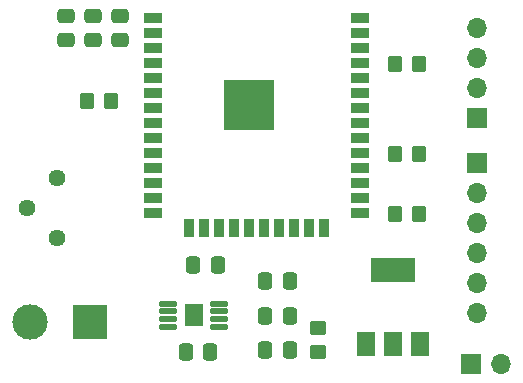
<source format=gbr>
%TF.GenerationSoftware,KiCad,Pcbnew,7.0.1*%
%TF.CreationDate,2023-04-21T09:55:58+02:00*%
%TF.ProjectId,hond,686f6e64-2e6b-4696-9361-645f70636258,rev?*%
%TF.SameCoordinates,Original*%
%TF.FileFunction,Soldermask,Top*%
%TF.FilePolarity,Negative*%
%FSLAX46Y46*%
G04 Gerber Fmt 4.6, Leading zero omitted, Abs format (unit mm)*
G04 Created by KiCad (PCBNEW 7.0.1) date 2023-04-21 09:55:58*
%MOMM*%
%LPD*%
G01*
G04 APERTURE LIST*
G04 Aperture macros list*
%AMRoundRect*
0 Rectangle with rounded corners*
0 $1 Rounding radius*
0 $2 $3 $4 $5 $6 $7 $8 $9 X,Y pos of 4 corners*
0 Add a 4 corners polygon primitive as box body*
4,1,4,$2,$3,$4,$5,$6,$7,$8,$9,$2,$3,0*
0 Add four circle primitives for the rounded corners*
1,1,$1+$1,$2,$3*
1,1,$1+$1,$4,$5*
1,1,$1+$1,$6,$7*
1,1,$1+$1,$8,$9*
0 Add four rect primitives between the rounded corners*
20,1,$1+$1,$2,$3,$4,$5,0*
20,1,$1+$1,$4,$5,$6,$7,0*
20,1,$1+$1,$6,$7,$8,$9,0*
20,1,$1+$1,$8,$9,$2,$3,0*%
G04 Aperture macros list end*
%ADD10RoundRect,0.250000X0.475000X-0.337500X0.475000X0.337500X-0.475000X0.337500X-0.475000X-0.337500X0*%
%ADD11R,1.700000X1.700000*%
%ADD12O,1.700000X1.700000*%
%ADD13R,1.500000X0.900000*%
%ADD14R,0.900000X1.500000*%
%ADD15C,0.600000*%
%ADD16R,4.200000X4.200000*%
%ADD17RoundRect,0.250000X0.337500X0.475000X-0.337500X0.475000X-0.337500X-0.475000X0.337500X-0.475000X0*%
%ADD18R,1.500000X2.000000*%
%ADD19R,3.800000X2.000000*%
%ADD20RoundRect,0.250000X-0.337500X-0.475000X0.337500X-0.475000X0.337500X0.475000X-0.337500X0.475000X0*%
%ADD21RoundRect,0.250000X-0.350000X-0.450000X0.350000X-0.450000X0.350000X0.450000X-0.350000X0.450000X0*%
%ADD22RoundRect,0.125000X-0.600000X-0.125000X0.600000X-0.125000X0.600000X0.125000X-0.600000X0.125000X0*%
%ADD23R,1.570000X1.890000*%
%ADD24RoundRect,0.250000X0.350000X0.450000X-0.350000X0.450000X-0.350000X-0.450000X0.350000X-0.450000X0*%
%ADD25RoundRect,0.250000X0.450000X-0.350000X0.450000X0.350000X-0.450000X0.350000X-0.450000X-0.350000X0*%
%ADD26R,3.000000X3.000000*%
%ADD27C,3.000000*%
%ADD28RoundRect,0.250000X-0.475000X0.337500X-0.475000X-0.337500X0.475000X-0.337500X0.475000X0.337500X0*%
%ADD29C,1.440000*%
G04 APERTURE END LIST*
D10*
%TO.C,C1*%
X108966000Y-58441500D03*
X108966000Y-56366500D03*
%TD*%
D11*
%TO.C,J4*%
X143251000Y-85852000D03*
D12*
X145791000Y-85852000D03*
%TD*%
D11*
%TO.C,J3*%
X143764000Y-68834000D03*
D12*
X143764000Y-71374000D03*
X143764000Y-73914000D03*
X143764000Y-76454000D03*
X143764000Y-78994000D03*
X143764000Y-81534000D03*
%TD*%
D11*
%TO.C,J1*%
X143764000Y-65024000D03*
D12*
X143764000Y-62484000D03*
X143764000Y-59944000D03*
X143764000Y-57404000D03*
%TD*%
D13*
%TO.C,U1*%
X116345000Y-56602000D03*
X116345000Y-57872000D03*
X116345000Y-59142000D03*
X116345000Y-60412000D03*
X116345000Y-61682000D03*
X116345000Y-62952000D03*
X116345000Y-64222000D03*
X116345000Y-65492000D03*
X116345000Y-66762000D03*
X116345000Y-68032000D03*
X116345000Y-69302000D03*
X116345000Y-70572000D03*
X116345000Y-71842000D03*
X116345000Y-73112000D03*
D14*
X119385000Y-74362000D03*
X120655000Y-74362000D03*
X121925000Y-74362000D03*
X123195000Y-74362000D03*
X124465000Y-74362000D03*
X125735000Y-74362000D03*
X127005000Y-74362000D03*
X128275000Y-74362000D03*
X129545000Y-74362000D03*
X130815000Y-74362000D03*
D13*
X133845000Y-73112000D03*
X133845000Y-71842000D03*
X133845000Y-70572000D03*
X133845000Y-69302000D03*
X133845000Y-68032000D03*
X133845000Y-66762000D03*
X133845000Y-65492000D03*
X133845000Y-64222000D03*
X133845000Y-62952000D03*
X133845000Y-61682000D03*
X133845000Y-60412000D03*
X133845000Y-59142000D03*
X133845000Y-57872000D03*
X133845000Y-56602000D03*
D15*
X122890000Y-63179500D03*
X122890000Y-64704500D03*
X123652500Y-62417000D03*
X123652500Y-63942000D03*
X123652500Y-65467000D03*
X124415000Y-63179500D03*
D16*
X124415000Y-63942000D03*
D15*
X124415000Y-64704500D03*
X125177500Y-62417000D03*
X125177500Y-63942000D03*
X125177500Y-65467000D03*
X125940000Y-63179500D03*
X125940000Y-64704500D03*
%TD*%
D17*
%TO.C,C2*%
X121179500Y-84836000D03*
X119104500Y-84836000D03*
%TD*%
D18*
%TO.C,U3*%
X134352000Y-84176000D03*
X136652000Y-84176000D03*
D19*
X136652000Y-77876000D03*
D18*
X138952000Y-84176000D03*
%TD*%
D20*
%TO.C,C6*%
X125835500Y-81788000D03*
X127910500Y-81788000D03*
%TD*%
D21*
%TO.C,R1*%
X110760000Y-63627000D03*
X112760000Y-63627000D03*
%TD*%
D22*
%TO.C,U4*%
X117620000Y-80772000D03*
X117620000Y-81422000D03*
X117620000Y-82072000D03*
X117620000Y-82722000D03*
X121920000Y-82722000D03*
X121920000Y-82072000D03*
X121920000Y-81422000D03*
X121920000Y-80772000D03*
D23*
X119770000Y-81747000D03*
%TD*%
D24*
%TO.C,R2*%
X138795000Y-73152000D03*
X136795000Y-73152000D03*
%TD*%
%TO.C,R5*%
X138795000Y-60452000D03*
X136795000Y-60452000D03*
%TD*%
D25*
%TO.C,R10*%
X130302000Y-84820000D03*
X130302000Y-82820000D03*
%TD*%
D24*
%TO.C,R6*%
X138795000Y-68072000D03*
X136795000Y-68072000D03*
%TD*%
D26*
%TO.C,J5*%
X110998000Y-82296000D03*
D27*
X105918000Y-82296000D03*
%TD*%
D20*
%TO.C,C8*%
X125835500Y-78867000D03*
X127910500Y-78867000D03*
%TD*%
%TO.C,C7*%
X119739500Y-77470000D03*
X121814500Y-77470000D03*
%TD*%
%TO.C,C5*%
X125835500Y-84709000D03*
X127910500Y-84709000D03*
%TD*%
D10*
%TO.C,C4*%
X111252000Y-58441500D03*
X111252000Y-56366500D03*
%TD*%
D28*
%TO.C,C3*%
X113538000Y-56366500D03*
X113538000Y-58441500D03*
%TD*%
D29*
%TO.C,P1*%
X108189000Y-70104000D03*
X105649000Y-72644000D03*
X108189000Y-75184000D03*
%TD*%
M02*

</source>
